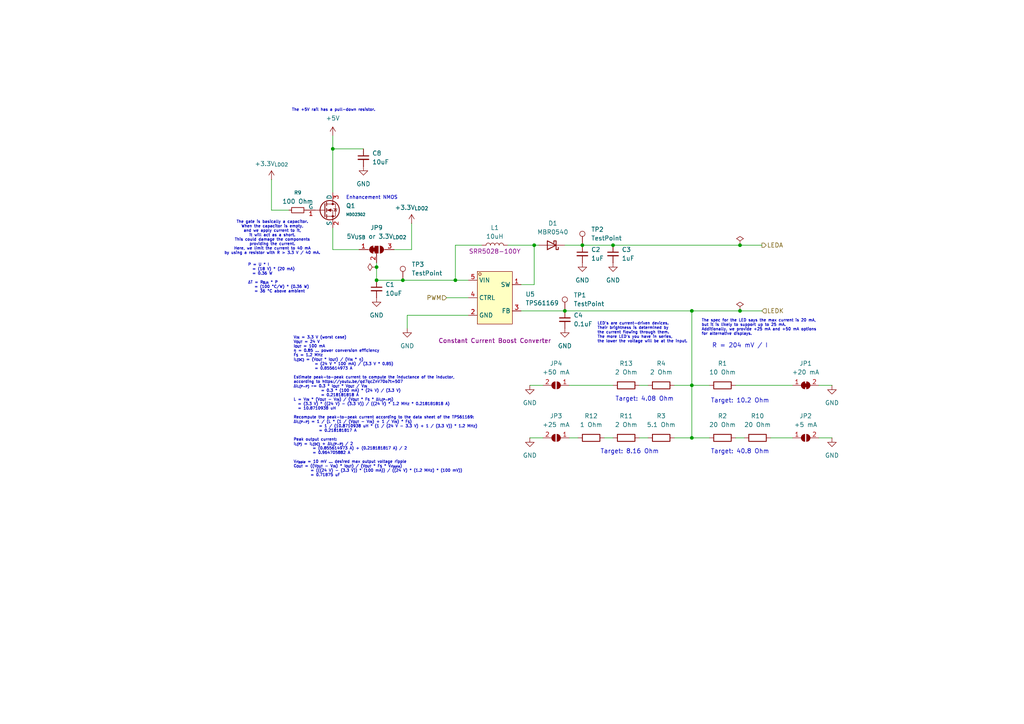
<source format=kicad_sch>
(kicad_sch (version 20250114) (generator "eeschema") (generator_version "9.0")
  (paper "A4")
  (title_block (company "Jakub Hlusička"))
  (lib_symbols
    (symbol "Connector:TestPoint" (pin_numbers (hide yes)) (pin_names (offset 0.762) (hide yes))
      (property "Reference" "TP" (at 0 6.858 0))
      (property "Value" "TestPoint" (at 0 5.08 0))
      (symbol "TestPoint_0_1"
        (circle (center 0 3.302) (radius 0.762))
      )
      (symbol "TestPoint_1_1"
        (pin passive line (at 0 0 90) (length 2.54) (name "1") (number "1"))
      )
    )
    (symbol "Device:C_Small" (pin_numbers (hide yes)) (pin_names (offset 0.254) (hide yes))
      (property "Reference" "C" (at 0.254 1.778 0))
      (property "Value" "C_Small" (at 0.254 -2.032 0))
      (symbol "C_Small_0_1"
        (polyline (pts (xy -1.524 0.508) (xy 1.524 0.508)) (stroke (width 0.3048)))
        (polyline (pts (xy -1.524 -0.508) (xy 1.524 -0.508)) (stroke (width 0.3302)))
      )
      (symbol "C_Small_1_1"
        (pin passive line (at 0 2.54 270) (length 2.032) (name "~") (number "1"))
        (pin passive line (at 0 -2.54 90) (length 2.032) (name "~") (number "2"))
      )
    )
    (symbol "Device:L" (pin_numbers (hide yes)) (pin_names (offset 1.016) (hide yes))
      (property "Reference" "L" (at -1.27 0 90))
      (property "Value" "L" (at 1.905 0 90))
      (symbol "L_0_1"
        (arc (start 0 2.54) (mid 0.6323 1.905) (end 0 1.27))
        (arc (start 0 1.27) (mid 0.6323 0.635) (end 0 0))
        (arc (start 0 0) (mid 0.6323 -0.635) (end 0 -1.27))
        (arc (start 0 -1.27) (mid 0.6323 -1.905) (end 0 -2.54))
      )
      (symbol "L_1_1"
        (pin passive line (at 0 3.81 270) (length 1.27) (name "1") (number "1"))
        (pin passive line (at 0 -3.81 90) (length 1.27) (name "2") (number "2"))
      )
    )
    (symbol "Device:R" (pin_numbers (hide yes)) (pin_names (offset 0))
      (property "Reference" "R" (at 2.032 0 90))
      (property "Value" "R" (at 0 0 90))
      (symbol "R_0_1"
        (rectangle (start -1.016 -2.54) (end 1.016 2.54) (stroke (width 0.254)))
      )
      (symbol "R_1_1"
        (pin passive line (at 0 3.81 270) (length 1.27) (name "~") (number "1"))
        (pin passive line (at 0 -3.81 90) (length 1.27) (name "~") (number "2"))
      )
    )
    (symbol "Device:R_Small" (pin_numbers (hide yes)) (pin_names (offset 0.254) (hide yes))
      (property "Reference" "R" (at 0 0 90))
      (property "Value" "R_Small" (at 1.778 0 90))
      (symbol "R_Small_0_1"
        (rectangle (start -0.762 1.778) (end 0.762 -1.778) (stroke (width 0.2032)))
      )
      (symbol "R_Small_1_1"
        (pin passive line (at 0 2.54 270) (length 0.762) (name "~") (number "1"))
        (pin passive line (at 0 -2.54 90) (length 0.762) (name "~") (number "2"))
      )
    )
    (symbol "Diode:MBR0540" (pin_numbers (hide yes)) (pin_names (offset 1.016) (hide yes))
      (property "Reference" "D" (at 0 2.54 0))
      (property "Value" "MBR0540" (at 0 -2.54 0))
      (symbol "MBR0540_0_1"
        (polyline (pts (xy -1.905 0.635) (xy -1.905 1.27) (xy -1.27 1.27) (xy -1.27 -1.27) (xy -0.635 -1.27) (xy -0.635 -0.635)) (stroke (width 0.254)))
        (polyline (pts (xy 1.27 1.27) (xy 1.27 -1.27) (xy -1.27 0) (xy 1.27 1.27)) (stroke (width 0.254)))
        (polyline (pts (xy 1.27 0) (xy -1.27 0)))
      )
      (symbol "MBR0540_1_1"
        (pin passive line (at -3.81 0 0) (length 2.54) (name "K") (number "1"))
        (pin passive line (at 3.81 0 180) (length 2.54) (name "A") (number "2"))
      )
    )
    (symbol "Jumper:SolderJumper_2_Bridged" (pin_names (offset 0) (hide yes)) (in_bom no)
      (property "Reference" "JP" (at 0 2.032 0))
      (property "Value" "SolderJumper_2_Bridged" (at 0 -2.54 0))
      (symbol "SolderJumper_2_Bridged_0_1"
        (rectangle (start -0.508 0.508) (end 0.508 -0.508) (fill (type outline)))
        (polyline (pts (xy -0.254 1.016) (xy -0.254 -1.016)))
        (arc (start -0.254 -1.016) (mid -1.2656 0) (end -0.254 1.016))
        (arc (start -0.254 -1.016) (mid -1.2656 0) (end -0.254 1.016) (fill (type outline)))
        (arc (start 0.254 1.016) (mid 1.2656 0) (end 0.254 -1.016))
        (arc (start 0.254 1.016) (mid 1.2656 0) (end 0.254 -1.016) (fill (type outline)))
        (polyline (pts (xy 0.254 1.016) (xy 0.254 -1.016)))
      )
      (symbol "SolderJumper_2_Bridged_1_1"
        (pin passive line (at -3.81 0 0) (length 2.54) (name "A") (number "1"))
        (pin passive line (at 3.81 0 180) (length 2.54) (name "B") (number "2"))
      )
    )
    (symbol "Jumper:SolderJumper_2_Open" (pin_names (offset 0) (hide yes)) (in_bom no)
      (property "Reference" "JP" (at 0 2.032 0))
      (property "Value" "SolderJumper_2_Open" (at 0 -2.54 0))
      (symbol "SolderJumper_2_Open_0_1"
        (polyline (pts (xy -0.254 1.016) (xy -0.254 -1.016)))
        (arc (start -0.254 -1.016) (mid -1.2656 0) (end -0.254 1.016))
        (arc (start -0.254 -1.016) (mid -1.2656 0) (end -0.254 1.016) (fill (type outline)))
        (arc (start 0.254 1.016) (mid 1.2656 0) (end 0.254 -1.016))
        (arc (start 0.254 1.016) (mid 1.2656 0) (end 0.254 -1.016) (fill (type outline)))
        (polyline (pts (xy 0.254 1.016) (xy 0.254 -1.016)))
      )
      (symbol "SolderJumper_2_Open_1_1"
        (pin passive line (at -3.81 0 0) (length 2.54) (name "A") (number "1"))
        (pin passive line (at 3.81 0 180) (length 2.54) (name "B") (number "2"))
      )
    )
    (symbol "Jumper:SolderJumper_3_Bridged12" (pin_names (offset 0) (hide yes)) (in_bom no)
      (property "Reference" "JP" (at -2.54 -2.54 0))
      (property "Value" "SolderJumper_3_Bridged12" (at 0 2.794 0))
      (symbol "SolderJumper_3_Bridged12_0_1"
        (polyline (pts (xy -2.54 0) (xy -2.032 0)))
        (polyline (pts (xy -1.016 1.016) (xy -1.016 -1.016)))
        (rectangle (start -1.016 0.508) (end -0.508 -0.508) (fill (type outline)))
        (arc (start -1.016 -1.016) (mid -2.0276 0) (end -1.016 1.016))
        (arc (start -1.016 -1.016) (mid -2.0276 0) (end -1.016 1.016) (fill (type outline)))
        (rectangle (start -0.508 1.016) (end 0.508 -1.016) (fill (type outline)))
        (polyline (pts (xy 0 -1.27) (xy 0 -1.016)))
        (arc (start 1.016 1.016) (mid 2.0276 0) (end 1.016 -1.016))
        (arc (start 1.016 1.016) (mid 2.0276 0) (end 1.016 -1.016) (fill (type outline)))
        (polyline (pts (xy 1.016 1.016) (xy 1.016 -1.016)))
        (polyline (pts (xy 2.54 0) (xy 2.032 0)))
      )
      (symbol "SolderJumper_3_Bridged12_1_1"
        (pin passive line (at -5.08 0 0) (length 2.54) (name "A") (number "1"))
        (pin passive line (at 0 -3.81 90) (length 2.54) (name "C") (number "2"))
        (pin passive line (at 5.08 0 180) (length 2.54) (name "B") (number "3"))
      )
    )
    (symbol "PCM_JLCPCB-Transistors:NMOS,MDD2302" (pin_names (offset 0))
      (property "Reference" "Q" (at 4.8514 0.834 0))
      (property "Value" "MDD2302" (at 4.8514 -1.2122 0))
      (symbol "NMOS,MDD2302_0_1"
        (polyline (pts (xy 0.254 1.905) (xy 0.254 -1.905)) (stroke (width 0.254)))
        (polyline (pts (xy 0.254 0) (xy -2.54 0)))
        (polyline (pts (xy 0.762 2.286) (xy 0.762 1.27)) (stroke (width 0.254)))
        (polyline (pts (xy 0.762 0.508) (xy 0.762 -0.508)) (stroke (width 0.254)))
        (polyline (pts (xy 0.762 -1.27) (xy 0.762 -2.286)) (stroke (width 0.254)))
        (polyline (pts (xy 0.762 -1.778) (xy 3.302 -1.778) (xy 3.302 1.778) (xy 0.762 1.778)))
        (polyline (pts (xy 1.016 0) (xy 2.032 0.381) (xy 2.032 -0.381) (xy 1.016 0)) (fill (type outline)))
        (circle (center 1.651 0) (radius 2.794) (stroke (width 0.254)))
        (polyline (pts (xy 2.54 2.54) (xy 2.54 1.778)))
        (circle (center 2.54 1.778) (radius 0.254) (fill (type outline)))
        (circle (center 2.54 -1.778) (radius 0.254) (fill (type outline)))
        (polyline (pts (xy 2.54 -2.54) (xy 2.54 0) (xy 0.762 0)))
        (polyline (pts (xy 2.794 0.508) (xy 2.921 0.381) (xy 3.683 0.381) (xy 3.81 0.254)))
        (polyline (pts (xy 3.302 0.381) (xy 2.921 -0.254) (xy 3.683 -0.254) (xy 3.302 0.381)))
      )
      (symbol "NMOS,MDD2302_1_1"
        (pin input line (at -5.08 0 0) (length 2.54) (name "G") (number "1"))
        (pin passive line (at 2.54 5.08 270) (length 2.54) (name "D") (number "3"))
        (pin passive line (at 2.54 -5.08 90) (length 2.54) (name "S") (number "2"))
      )
    )
    (symbol "SolderJumper_2_Open_1" (pin_names (offset 0) (hide yes)) (in_bom no)
      (property "Reference" "JP" (at 0 2.032 0))
      (property "Value" "SolderJumper_2_Open" (at 0 -2.54 0))
      (symbol "SolderJumper_2_Open_1_0_1"
        (polyline (pts (xy -0.254 1.016) (xy -0.254 -1.016)))
        (arc (start -0.254 -1.016) (mid -1.2656 0) (end -0.254 1.016))
        (arc (start -0.254 -1.016) (mid -1.2656 0) (end -0.254 1.016) (fill (type outline)))
        (arc (start 0.254 1.016) (mid 1.2656 0) (end 0.254 -1.016))
        (arc (start 0.254 1.016) (mid 1.2656 0) (end 0.254 -1.016) (fill (type outline)))
        (polyline (pts (xy 0.254 1.016) (xy 0.254 -1.016)))
      )
      (symbol "SolderJumper_2_Open_1_1_1"
        (pin passive line (at -3.81 0 0) (length 2.54) (name "A") (number "1"))
        (pin passive line (at 3.81 0 180) (length 2.54) (name "B") (number "2"))
      )
    )
    (symbol "SolderJumper_2_Open_2" (pin_names (offset 0) (hide yes)) (in_bom no)
      (property "Reference" "JP" (at 0 2.032 0))
      (property "Value" "SolderJumper_2_Open" (at 0 -2.54 0))
      (symbol "SolderJumper_2_Open_2_0_1"
        (polyline (pts (xy -0.254 1.016) (xy -0.254 -1.016)))
        (arc (start -0.254 -1.016) (mid -1.2656 0) (end -0.254 1.016))
        (arc (start -0.254 -1.016) (mid -1.2656 0) (end -0.254 1.016) (fill (type outline)))
        (arc (start 0.254 1.016) (mid 1.2656 0) (end 0.254 -1.016))
        (arc (start 0.254 1.016) (mid 1.2656 0) (end 0.254 -1.016) (fill (type outline)))
        (polyline (pts (xy 0.254 1.016) (xy 0.254 -1.016)))
      )
      (symbol "SolderJumper_2_Open_2_1_1"
        (pin passive line (at -3.81 0 0) (length 2.54) (name "A") (number "1"))
        (pin passive line (at 3.81 0 180) (length 2.54) (name "B") (number "2"))
      )
    )
    (symbol "easyeda2kicad:TPS61169DCKR"
      (property "Reference" "U" (at 0 10.16 0))
      (property "Value" "TPS61169DCKR" (at 0 -10.16 0))
      (symbol "TPS61169DCKR_0_1"
        (rectangle (start -5.08 7.62) (end 5.08 -7.62) (fill (type background)))
        (circle (center -4.32 6.86) (radius 0.38))
      )
      (symbol "TPS61169DCKR_1_1"
        (pin power_in line (at -7.62 5.08 0) (length 2.54) (name "VIN") (number "5"))
        (pin input line (at -7.62 0 0) (length 2.54) (name "CTRL") (number "4"))
        (pin power_in line (at -7.62 -5.08 0) (length 2.54) (name "GND") (number "2"))
        (pin power_out line (at 7.62 3.81 180) (length 2.54) (name "SW") (number "1"))
        (pin power_in line (at 7.62 -3.81 180) (length 2.54) (name "FB") (number "3"))
      )
    )
    (symbol "power:+3.3V" (power) (pin_numbers (hide yes)) (pin_names (offset 0) (hide yes))
      (property "Value" "+3.3V" (at 0 3.556 0))
      (symbol "+3.3V_0_1"
        (polyline (pts (xy -0.762 1.27) (xy 0 2.54)))
        (polyline (pts (xy 0 2.54) (xy 0.762 1.27)))
        (polyline (pts (xy 0 0) (xy 0 2.54)))
      )
      (symbol "+3.3V_1_1"
        (pin power_in line (at 0 0 90) (length 0) (name "~") (number "1"))
      )
    )
    (symbol "power:+5V" (power) (pin_numbers (hide yes)) (pin_names (offset 0) (hide yes))
      (property "Value" "+5V" (at 0 3.556 0))
      (symbol "+5V_0_1"
        (polyline (pts (xy -0.762 1.27) (xy 0 2.54)))
        (polyline (pts (xy 0 2.54) (xy 0.762 1.27)))
        (polyline (pts (xy 0 0) (xy 0 2.54)))
      )
      (symbol "+5V_1_1"
        (pin power_in line (at 0 0 90) (length 0) (name "~") (number "1"))
      )
    )
    (symbol "power:GND" (power) (pin_numbers (hide yes)) (pin_names (offset 0) (hide yes))
      (property "Value" "GND" (at 0 -3.81 0))
      (symbol "GND_0_1"
        (polyline (pts (xy 0 0) (xy 0 -1.27) (xy 1.27 -1.27) (xy 0 -2.54) (xy -1.27 -1.27) (xy 0 -1.27)))
      )
      (symbol "GND_1_1"
        (pin power_in line (at 0 0 270) (length 0) (name "~") (number "1"))
      )
    )
    (symbol "power:PWR_FLAG" (power) (pin_numbers (hide yes)) (pin_names (offset 0) (hide yes))
      (property "Value" "PWR_FLAG" (at 0 3.81 0))
      (symbol "PWR_FLAG_0_0"
        (pin power_out line (at 0 0 90) (length 0) (name "~") (number "1"))
      )
      (symbol "PWR_FLAG_0_1"
        (polyline (pts (xy 0 0) (xy 0 1.27) (xy -1.016 1.905) (xy 0 2.54) (xy 1.016 1.905) (xy 0 1.27)))
      )
    )
  )
  (text "The +5V rail has a pull-down resistor." (at 96.774 31.496 0) (effects (font (size 0.8 0.8)) (justify top)))
  (text "The gate is basically a capacitor.\nWhen the capacitor is empty,\nand we apply current to it,\nit will act as a short.\nThis could damage the components\nproviding the current.\nHere, we limit the current to 40 mA\nby using a resistor with R > 3.3 V / 40 mA." (at 78.994 64.008 0) (effects (font (size 0.8 0.8)) (justify top)))
  (text "Target: 40.8 Ohm" (at 214.63 130.302 0) (effects (font (size 1.27 1.27)) (justify top)))
  (text "R = 204 mV / I" (at 206.502 100.33 0) (effects (font (size 1.27 1.27)) (justify left)))
  (text "The spec for the LED says the max current is 20 mA,\nbut it is likely to support up to 25 mA.\nAdditionally, we provide +25 mA and +50 mA options\nfor alternative displays." (at 203.454 94.996 0) (effects (font (size 0.8 0.8)) (justify left)))
  (text "Target: 4.08 Ohm" (at 186.944 115.062 0) (effects (font (size 1.27 1.27)) (justify top)))
  (text "Target: 10.2 Ohm" (at 214.63 115.57 0) (effects (font (size 1.27 1.27)) (justify top)))
  (text "P = U * I\n  = (18 V) * (20 mA)\n  = 0.36 W\n\nΔT = R_{θJA} * P\n   = (100 °C/W) * (0.36 W)\n   = 36 °C above ambient" (at 71.882 80.772 0) (effects (font (size 0.8 0.8)) (justify left)))
  (text "V_{IN} = 3.3 V (worst case)\nV_{OUT} = 24 V\nI_{OUT} = 100 mA\nη = 0.85 ... power conversion efficiency\nF_{S} = 1.2 MHz\nI_{L(DC)} = (V_{OUT} * I_{OUT}) / (V_{IN} * η)\n          = (24 V * 100 mA) / (3.3 V * 0.85)\n          = 0.855614973 A\n\nEstimate peak-to-peak current to compute the inductance of the inductor,\naccording to https://youtu.be/qd7qcZnV70o?t=507\nΔI_{L(P-P)} ~= 0.3 * I_{OUT} * V_{OUT} / V_{IN}\n             = 0.3 * (100 mA) * (24 V) / (3.3 V)\n             = 0.218181818 A\nL = V_{IN} * (V_{OUT} - V_{IN}) / (V_{OUT} * F_{S} * ΔI_{L(P-P)})\n  = (3.3 V) * ((24 V) - (3.3 V)) / ((24 V) * 1.2 MHz * 0.218181818 A)\n  = 10.8710938 uH\n\nRecompute the peak-to-peak current according to the data sheet of the TPS61169:\nΔI_{L(P-P)} = 1 / (L * (1 / (V_{OUT} - V_{IN}) + 1 / V_{IN}) * F_{S})\n            = 1 / (10.8710938 uH * (1 / (24 V - 3.3 V) + 1 / (3.3 V)) * 1.2 MHz)\n            = 0.218181817 A\n\nPeak output current:\nI_{L(P)} = I_{L(DC)} + ΔI_{L(P-P)} / 2\n         = (0.855614973 A) + (0.218181817 A) / 2\n         = 0.964705882 A\n\nV_{ripple} = 10 mV ... desired max output voltage ripple\nC_{OUT} = ((V_{OUT} - V_{IN}) * I_{OUT}) / (V_{OUT} * F_{S} * V_{ripple})\n        = (((24 V) - (3.3 V)) * (100 mA)) / ((24 V) * (1.2 MHz) * (100 mV))\n        = 0.71875 uF" (at 85.09 97.536 0) (effects (font (size 0.8 0.8)) (justify left top)))
  (text "Enhancement NMOS" (at 100.33 57.404 0) (effects (font (size 1 1)) (justify left)))
  (text "LED's are current-driven devices.\nTheir brightness is determined by\nthe current flowing through them.\nThe more LED's you have in series,\nthe lower the voltage will be at the input." (at 173.228 96.52 0) (effects (font (size 0.8 0.8)) (justify left)))
  (text "Target: 8.16 Ohm" (at 182.626 130.302 0) (effects (font (size 1.27 1.27)) (justify top)))
  (junction (at 200.66 127))
  (junction (at 177.8 71.12))
  (junction (at 154.94 71.12))
  (junction (at 96.52 43.18))
  (junction (at 109.22 77.47))
  (junction (at 168.91 71.12))
  (junction (at 214.63 71.12))
  (junction (at 214.63 90.17))
  (junction (at 200.66 111.76))
  (junction (at 132.08 81.28))
  (junction (at 109.22 81.28))
  (junction (at 163.83 90.17))
  (junction (at 200.66 90.17))
  (junction (at 116.84 81.28))
  (wire (pts (xy 96.52 43.18) (xy 105.41 43.18)))
  (wire (pts (xy 195.58 127) (xy 200.66 127)))
  (wire (pts (xy 165.1 111.76) (xy 177.8 111.76)))
  (wire (pts (xy 168.91 71.12) (xy 177.8 71.12)))
  (wire (pts (xy 109.22 77.47) (xy 109.22 81.28)))
  (wire (pts (xy 185.42 127) (xy 187.96 127)))
  (wire (pts (xy 118.11 91.44) (xy 118.11 95.25)))
  (wire (pts (xy 129.54 86.36) (xy 135.89 86.36)))
  (wire (pts (xy 205.74 111.76) (xy 200.66 111.76)))
  (wire (pts (xy 78.74 52.07) (xy 78.74 60.96)))
  (wire (pts (xy 175.26 127) (xy 177.8 127)))
  (wire (pts (xy 241.3 111.76) (xy 237.49 111.76)))
  (wire (pts (xy 177.8 71.12) (xy 214.63 71.12)))
  (wire (pts (xy 109.22 81.28) (xy 116.84 81.28)))
  (wire (pts (xy 163.83 71.12) (xy 168.91 71.12)))
  (wire (pts (xy 165.1 127) (xy 167.64 127)))
  (wire (pts (xy 151.13 90.17) (xy 163.83 90.17)))
  (wire (pts (xy 205.74 127) (xy 200.66 127)))
  (wire (pts (xy 151.13 82.55) (xy 154.94 82.55)))
  (wire (pts (xy 223.52 127) (xy 229.87 127)))
  (wire (pts (xy 214.63 90.17) (xy 220.98 90.17)))
  (wire (pts (xy 132.08 81.28) (xy 135.89 81.28)))
  (wire (pts (xy 104.14 72.39) (xy 96.52 72.39)))
  (wire (pts (xy 200.66 90.17) (xy 200.66 111.76)))
  (wire (pts (xy 153.67 127) (xy 157.48 127)))
  (wire (pts (xy 109.22 76.2) (xy 109.22 77.47)))
  (wire (pts (xy 132.08 71.12) (xy 139.7 71.12)))
  (wire (pts (xy 214.63 71.12) (xy 220.98 71.12)))
  (wire (pts (xy 132.08 81.28) (xy 132.08 71.12)))
  (wire (pts (xy 213.36 111.76) (xy 229.87 111.76)))
  (wire (pts (xy 156.21 71.12) (xy 154.94 71.12)))
  (wire (pts (xy 200.66 90.17) (xy 214.63 90.17)))
  (wire (pts (xy 96.52 39.37) (xy 96.52 43.18)))
  (wire (pts (xy 153.67 111.76) (xy 157.48 111.76)))
  (wire (pts (xy 114.3 72.39) (xy 119.38 72.39)))
  (wire (pts (xy 147.32 71.12) (xy 154.94 71.12)))
  (wire (pts (xy 163.83 90.17) (xy 200.66 90.17)))
  (wire (pts (xy 135.89 91.44) (xy 118.11 91.44)))
  (wire (pts (xy 195.58 111.76) (xy 200.66 111.76)))
  (wire (pts (xy 116.84 81.28) (xy 132.08 81.28)))
  (wire (pts (xy 119.38 72.39) (xy 119.38 64.77)))
  (wire (pts (xy 200.66 111.76) (xy 200.66 127)))
  (wire (pts (xy 96.52 43.18) (xy 96.52 55.88)))
  (wire (pts (xy 241.3 127) (xy 237.49 127)))
  (wire (pts (xy 213.36 127) (xy 215.9 127)))
  (wire (pts (xy 96.52 72.39) (xy 96.52 66.04)))
  (wire (pts (xy 78.74 60.96) (xy 83.82 60.96)))
  (wire (pts (xy 154.94 71.12) (xy 154.94 82.55)))
  (wire (pts (xy 185.42 111.76) (xy 187.96 111.76)))
  (hierarchical_label "LEDK" (shape input) (at 220.98 90.17 0))
  (hierarchical_label "LEDA" (shape output) (at 220.98 71.12 0))
  (hierarchical_label "PWM" (shape input) (at 129.54 86.36 180))
  (symbol (lib_id "power:GND") (at 241.3 127 0) (unit 1)
    (property "Reference" "#PWR016" (effects (hide yes)))
    (property "Value" "GND" (at 241.3 132.08 0))
    (property "Description" "Power symbol creates a global label with name \"GND\" , ground" (effects (hide yes)))
  )
  (symbol (lib_id "power:GND") (at 163.83 95.25 0) (unit 1)
    (property "Reference" "#PWR098" (effects (hide yes)))
    (property "Value" "GND" (at 163.83 100.33 0))
    (property "Description" "Power symbol creates a global label with name \"GND\" , ground" (effects (hide yes)))
  )
  (symbol (lib_id "power:PWR_FLAG") (at 214.63 71.12 0) (unit 1)
    (property "Reference" "#FLG03" (effects (hide yes)))
    (property "Value" "PWR_FLAG" (effects (hide yes)))
    (property "Description" "Special symbol for telling ERC where power comes from" (effects (hide yes)))
  )
  (symbol (lib_id "Device:R_Small") (at 86.36 60.96 90) (unit 1)
    (property "Reference" "R9" (at 86.36 55.88 90) (effects (font (size 1.016 1.016))))
    (property "Value" "100 Ohm" (at 86.36 58.42 90))
    (property "Footprint" "Resistor_SMD:R_0603_1608Metric" (effects (hide yes)))
    (property "Description" "Resistor, small symbol" (effects (hide yes)))
  )
  (symbol (lib_id "Connector:TestPoint") (at 168.91 71.12 0) (unit 1)
    (property "Reference" "TP2" (at 171.45 66.5479 0) (effects (justify left)))
    (property "Value" "TestPoint" (at 171.45 69.0879 0) (effects (justify left)))
    (property "Footprint" "TestPoint:TestPoint_THTPad_D1.5mm_Drill0.7mm" (effects (hide yes)))
    (property "Description" "test point" (effects (hide yes)))
  )
  (symbol (lib_id "Device:R") (at 209.55 127 90) (unit 1)
    (property "Reference" "R2" (at 209.55 120.65 90))
    (property "Value" "20 Ohm" (at 209.55 123.19 90))
    (property "Footprint" "Resistor_SMD:R_0603_1608Metric" (effects (hide yes)))
    (property "Description" "Resistor" (effects (hide yes)))
  )
  (symbol (lib_id "easyeda2kicad:TPS61169DCKR") (at 143.51 86.36 0) (unit 1)
    (property "Reference" "U5" (at 152.4 85.3449 0) (effects (justify left)))
    (property "Value" "TPS61169" (at 152.4 87.8849 0) (effects (justify left)))
    (property "Footprint" "easyeda2kicad:SC-70-5_L2.1-W1.3-P0.65-LS2.1-BR" (effects (hide yes)))
    (property "Datasheet" "https://lcsc.com/product-detail/LED-Drivers_TI_TPS61169DCKR_TPS61169DCKR_C71045.html" (effects (hide yes)))
    (property "Description" "Constant Current Boost Converter" (at 143.51 98.806 0))
    (property "LCSC Part" "C71045" (effects (hide yes)))
  )
  (symbol (lib_id "Diode:MBR0540") (at 160.02 71.12 180) (unit 1)
    (property "Reference" "D1" (at 160.3375 64.77 0))
    (property "Value" "MBR0540" (at 160.3375 67.31 0))
    (property "Footprint" "Diode_SMD:D_SOD-123" (effects (hide yes)))
    (property "Datasheet" "http://www.mccsemi.com/up_pdf/MBR0520~MBR0580(SOD123).pdf" (effects (hide yes)))
    (property "Description" "40V 0.5A Schottky Power Rectifier Diode, SOD-123" (effects (hide yes)))
  )
  (symbol (lib_id "power:GND") (at 177.8 76.2 0) (unit 1)
    (property "Reference" "#PWR097" (effects (hide yes)))
    (property "Value" "GND" (at 177.8 81.28 0))
    (property "Description" "Power symbol creates a global label with name \"GND\" , ground" (effects (hide yes)))
  )
  (symbol (lib_id "Device:R") (at 181.61 111.76 90) (unit 1)
    (property "Reference" "R13" (at 181.61 105.41 90))
    (property "Value" "2 Ohm" (at 181.61 107.95 90))
    (property "Footprint" "Resistor_SMD:R_0603_1608Metric" (effects (hide yes)))
    (property "Description" "Resistor" (effects (hide yes)))
  )
  (symbol (lib_id "Device:R") (at 219.71 127 90) (unit 1)
    (property "Reference" "R10" (at 219.71 120.65 90))
    (property "Value" "20 Ohm" (at 219.71 123.19 90))
    (property "Footprint" "Resistor_SMD:R_0603_1608Metric" (effects (hide yes)))
    (property "Description" "Resistor" (effects (hide yes)))
  )
  (symbol (lib_id "power:+5V") (at 96.52 39.37 0) (unit 1)
    (property "Reference" "#PWR0106" (effects (hide yes)))
    (property "Value" "+5V" (at 96.52 34.29 0))
    (property "Description" "Power symbol creates a global label with name \"+5V\"" (effects (hide yes)))
  )
  (symbol (lib_id "Device:R") (at 191.77 111.76 90) (unit 1)
    (property "Reference" "R4" (at 191.77 105.41 90))
    (property "Value" "2 Ohm" (at 191.77 107.95 90))
    (property "Footprint" "Resistor_SMD:R_0603_1608Metric" (effects (hide yes)))
    (property "Description" "Resistor" (effects (hide yes)))
  )
  (symbol (lib_id "Device:C_Small") (at 109.22 83.82 0) (unit 1)
    (property "Reference" "C1" (at 111.76 82.5562 0) (effects (justify left)))
    (property "Value" "10uF" (at 111.76 85.0962 0) (effects (justify left)))
    (property "Footprint" "Capacitor_SMD:C_0603_1608Metric" (effects (hide yes)))
    (property "Description" "Unpolarized capacitor, small symbol" (effects (hide yes)))
  )
  (symbol (lib_id "Device:C_Small") (at 168.91 73.66 0) (unit 1)
    (property "Reference" "C2" (at 171.45 72.3962 0) (effects (justify left)))
    (property "Value" "1uF" (at 171.45 74.9362 0) (effects (justify left)))
    (property "Footprint" "Capacitor_SMD:C_0603_1608Metric" (effects (hide yes)))
    (property "Description" "Unpolarized capacitor, small symbol" (effects (hide yes)))
  )
  (symbol (lib_id "power:PWR_FLAG") (at 214.63 90.17 0) (unit 1)
    (property "Reference" "#FLG04" (effects (hide yes)))
    (property "Value" "PWR_FLAG" (effects (hide yes)))
    (property "Description" "Special symbol for telling ERC where power comes from" (effects (hide yes)))
  )
  (symbol (lib_id "Device:R") (at 191.77 127 90) (unit 1)
    (property "Reference" "R3" (at 191.77 120.65 90))
    (property "Value" "5.1 Ohm" (at 191.77 123.19 90))
    (property "Footprint" "Resistor_SMD:R_0603_1608Metric" (effects (hide yes)))
    (property "Description" "Resistor" (effects (hide yes)))
  )
  (symbol (lib_id "Device:R") (at 181.61 127 90) (unit 1)
    (property "Reference" "R11" (at 181.61 120.65 90))
    (property "Value" "2 Ohm" (at 181.61 123.19 90))
    (property "Footprint" "Resistor_SMD:R_0603_1608Metric" (effects (hide yes)))
    (property "Description" "Resistor" (effects (hide yes)))
  )
  (symbol (lib_id "Connector:TestPoint") (at 116.84 81.28 0) (unit 1)
    (property "Reference" "TP3" (at 119.38 76.7079 0) (effects (justify left)))
    (property "Value" "TestPoint" (at 119.38 79.2479 0) (effects (justify left)))
    (property "Footprint" "TestPoint:TestPoint_THTPad_D1.5mm_Drill0.7mm" (effects (hide yes)))
    (property "Description" "test point" (effects (hide yes)))
  )
  (symbol (lib_id "power:PWR_FLAG") (at 109.22 77.47 90) (unit 1)
    (property "Reference" "#FLG05" (effects (hide yes)))
    (property "Value" "PWR_FLAG" (effects (hide yes)))
    (property "Description" "Special symbol for telling ERC where power comes from" (effects (hide yes)))
  )
  (symbol (lib_id "power:GND") (at 241.3 111.76 0) (unit 1)
    (property "Reference" "#PWR094" (effects (hide yes)))
    (property "Value" "GND" (at 241.3 116.84 0))
    (property "Description" "Power symbol creates a global label with name \"GND\" , ground" (effects (hide yes)))
  )
  (symbol (lib_id "power:+3.3V") (at 78.74 52.07 0) (unit 1)
    (property "Reference" "#PWR090" (effects (hide yes)))
    (property "Value" "+3.3V_{LDO2}" (at 78.74 47.498 0))
    (property "Description" "Power symbol creates a global label with name \"+3.3V\"" (effects (hide yes)))
  )
  (symbol (lib_id "power:GND") (at 118.11 95.25 0) (unit 1)
    (property "Reference" "#PWR093" (effects (hide yes)))
    (property "Value" "GND" (at 118.11 100.33 0))
    (property "Description" "Power symbol creates a global label with name \"GND\" , ground" (effects (hide yes)))
  )
  (symbol (lib_name "SolderJumper_2_Open_1") (lib_id "Jumper:SolderJumper_2_Open") (at 233.68 127 0) (unit 1) (in_bom no)
    (property "Reference" "JP2" (at 233.68 120.65 0))
    (property "Value" "+5 mA" (at 233.68 123.19 0))
    (property "Footprint" "Jumper:SolderJumper-2_P1.3mm_Open_TrianglePad1.0x1.5mm" (effects (hide yes)))
    (property "Description" "Solder Jumper, 2-pole, open" (effects (hide yes)))
  )
  (symbol (lib_id "power:GND") (at 109.22 86.36 0) (unit 1)
    (property "Reference" "#PWR091" (effects (hide yes)))
    (property "Value" "GND" (at 109.22 91.44 0))
    (property "Description" "Power symbol creates a global label with name \"GND\" , ground" (effects (hide yes)))
  )
  (symbol (lib_id "Device:C_Small") (at 177.8 73.66 0) (unit 1)
    (property "Reference" "C3" (at 180.34 72.3962 0) (effects (justify left)))
    (property "Value" "1uF" (at 180.34 74.9362 0) (effects (justify left)))
    (property "Footprint" "Capacitor_SMD:C_0603_1608Metric" (effects (hide yes)))
    (property "Description" "Unpolarized capacitor, small symbol" (effects (hide yes)))
  )
  (symbol (lib_id "Jumper:SolderJumper_2_Bridged") (at 233.68 111.76 0) (unit 1) (in_bom no)
    (property "Reference" "JP1" (at 233.68 105.41 0))
    (property "Value" "+20 mA" (at 233.68 107.95 0))
    (property "Footprint" "Jumper:SolderJumper-2_P1.3mm_Open_TrianglePad1.0x1.5mm" (effects (hide yes)))
    (property "Description" "Solder Jumper, 2-pole, closed/bridged" (effects (hide yes)))
  )
  (symbol (lib_id "Connector:TestPoint") (at 163.83 90.17 0) (unit 1)
    (property "Reference" "TP1" (at 166.37 85.5979 0) (effects (justify left)))
    (property "Value" "TestPoint" (at 166.37 88.1379 0) (effects (justify left)))
    (property "Footprint" "TestPoint:TestPoint_THTPad_D1.5mm_Drill0.7mm" (effects (hide yes)))
    (property "Description" "test point" (effects (hide yes)))
  )
  (symbol (lib_id "Device:R") (at 209.55 111.76 90) (unit 1)
    (property "Reference" "R1" (at 209.55 105.41 90))
    (property "Value" "10 Ohm" (at 209.55 107.95 90))
    (property "Footprint" "Resistor_SMD:R_0603_1608Metric" (effects (hide yes)))
    (property "Description" "Resistor" (effects (hide yes)))
  )
  (symbol (lib_id "Device:L") (at 143.51 71.12 90) (unit 1)
    (property "Reference" "L1" (at 143.51 66.04 90))
    (property "Value" "10uH" (at 143.51 68.58 90))
    (property "Footprint" "Project_Library:IND_BOURNS_SRR5028" (effects (hide yes)))
    (property "Description" "SRR5028-100Y" (at 143.51 72.898 90))
  )
  (symbol (lib_id "Device:R") (at 171.45 127 90) (unit 1)
    (property "Reference" "R12" (at 171.45 120.65 90))
    (property "Value" "1 Ohm" (at 171.45 123.19 90))
    (property "Footprint" "Resistor_SMD:R_0603_1608Metric" (effects (hide yes)))
    (property "Description" "Resistor" (effects (hide yes)))
  )
  (symbol (lib_id "Device:C_Small") (at 105.41 45.72 0) (unit 1)
    (property "Reference" "C8" (at 107.95 44.4562 0) (effects (justify left)))
    (property "Value" "10uF" (at 107.95 46.9962 0) (effects (justify left)))
    (property "Footprint" "Capacitor_SMD:C_0603_1608Metric" (effects (hide yes)))
    (property "Description" "Unpolarized capacitor, small symbol" (effects (hide yes)))
  )
  (symbol (lib_id "power:GND") (at 153.67 111.76 0) (unit 1)
    (property "Reference" "#PWR095" (effects (hide yes)))
    (property "Value" "GND" (at 153.67 116.84 0))
    (property "Description" "Power symbol creates a global label with name \"GND\" , ground" (effects (hide yes)))
  )
  (symbol (lib_name "SolderJumper_2_Open_2") (lib_id "Jumper:SolderJumper_2_Open") (at 161.29 127 180) (unit 1) (in_bom no)
    (property "Reference" "JP3" (at 161.29 120.65 0))
    (property "Value" "+25 mA" (at 161.29 123.19 0))
    (property "Footprint" "Jumper:SolderJumper-2_P1.3mm_Open_TrianglePad1.0x1.5mm" (effects (hide yes)))
    (property "Description" "Solder Jumper, 2-pole, open" (effects (hide yes)))
  )
  (symbol (lib_id "Jumper:SolderJumper_2_Open") (at 161.29 111.76 180) (unit 1) (in_bom no)
    (property "Reference" "JP4" (at 161.29 105.41 0))
    (property "Value" "+50 mA" (at 161.29 107.95 0))
    (property "Footprint" "Jumper:SolderJumper-2_P1.3mm_Open_TrianglePad1.0x1.5mm" (effects (hide yes)))
    (property "Description" "Solder Jumper, 2-pole, open" (effects (hide yes)))
  )
  (symbol (lib_id "power:GND") (at 168.91 76.2 0) (unit 1)
    (property "Reference" "#PWR096" (effects (hide yes)))
    (property "Value" "GND" (at 168.91 81.28 0))
    (property "Description" "Power symbol creates a global label with name \"GND\" , ground" (effects (hide yes)))
  )
  (symbol (lib_id "power:+3.3V") (at 119.38 64.77 0) (unit 1)
    (property "Reference" "#PWR0114" (effects (hide yes)))
    (property "Value" "+3.3V_{LDO2}" (at 119.38 60.198 0))
    (property "Description" "Power symbol creates a global label with name \"+3.3V\"" (effects (hide yes)))
  )
  (symbol (lib_id "power:GND") (at 153.67 127 0) (unit 1)
    (property "Reference" "#PWR092" (effects (hide yes)))
    (property "Value" "GND" (at 153.67 132.08 0))
    (property "Description" "Power symbol creates a global label with name \"GND\" , ground" (effects (hide yes)))
  )
  (symbol (lib_id "power:GND") (at 105.41 48.26 0) (unit 1)
    (property "Reference" "#PWR0120" (effects (hide yes)))
    (property "Value" "GND" (at 105.41 53.34 0))
    (property "Description" "Power symbol creates a global label with name \"GND\" , ground" (effects (hide yes)))
  )
  (symbol (lib_id "Device:C_Small") (at 163.83 92.71 0) (unit 1)
    (property "Reference" "C4" (at 166.37 91.4462 0) (effects (justify left)))
    (property "Value" "0.1uF" (at 166.37 93.9862 0) (effects (justify left)))
    (property "Footprint" "Capacitor_SMD:C_0603_1608Metric" (effects (hide yes)))
    (property "Description" "Unpolarized capacitor, small symbol" (effects (hide yes)))
  )
  (symbol (lib_id "Jumper:SolderJumper_3_Bridged12") (at 109.22 72.39 0) (unit 1) (in_bom no)
    (property "Reference" "JP9" (at 109.22 66.04 0))
    (property "Value" "5V_{USB} or 3.3V_{LDO2}" (at 109.22 68.58 0))
    (property "Footprint" "Jumper:SolderJumper-3_P1.3mm_Bridged12_Pad1.0x1.5mm_NumberLabels" (effects (hide yes)))
    (property "Description" "3-pole Solder Jumper, pins 1+2 closed/bridged" (effects (hide yes)))
  )
  (symbol (lib_id "PCM_JLCPCB-Transistors:NMOS,MDD2302") (at 93.98 60.96 0) (unit 1)
    (property "Reference" "Q1" (at 100.33 59.6899 0) (effects (justify left)))
    (property "Value" "MDD2302" (at 100.33 62.23 0) (effects (font (size 0.8 0.8)) (justify left)))
    (property "Footprint" "PCM_JLCPCB:Q_SOT-23" (effects (hide yes)))
    (property "Datasheet" "https://www.lcsc.com/datasheet/lcsc_datasheet_2407101108_MDD-Microdiode-Semiconductor-MDD2302_C427390.pdf" (effects (hide yes)))
    (property "Description" "20V 3A 28mΩ@4.5V,3A 1.2W 600mV@250uA 1 N-Channel SOT-23 MOSFETs ROHS" (effects (hide yes)))
    (property "LCSC" "C427390" (effects (hide yes)))
    (property "Stock" "223903" (effects (hide yes)))
    (property "Price" "0.023USD" (effects (hide yes)))
    (property "Process" "SMT" (effects (hide yes)))
    (property "Minimum Qty" "10" (effects (hide yes)))
    (property "Attrition Qty" "5" (effects (hide yes)))
    (property "Class" "Preferred Component" (effects (hide yes)))
    (property "Category" "Transistors,MOSFETs" (effects (hide yes)))
    (property "Manufacturer" "MDD（Microdiode Electronics）" (effects (hide yes)))
    (property "Part" "MDD2302" (effects (hide yes)))
    (property "Continuous Drain Current (Id)" "4A" (effects (hide yes)))
    (property "Input Capacitance (Ciss@Vds)" "340pF@10V" (effects (hide yes)))
    (property "Operating Temperature" "-50°C~+150°C" (effects (hide yes)))
    (property "Type" "1 N-channel" (effects (hide yes)))
    (property "Drain Source Voltage (Vdss)" "20V" (effects (hide yes)))
    (property "Power Dissipation (Pd)" "1.25W" (effects (hide yes)))
    (property "Gate Threshold Voltage (Vgs(th)@Id)" "500mV@250uA" (effects (hide yes)))
    (property "Reverse Transfer Capacitance (Crss@Vds)" "33pF" (effects (hide yes)))
    (property "Drain Source On Resistance (RDS(on)@Vgs,Id)" "28mΩ@2.5V,4A" (effects (hide yes)))
    (property "Total Gate Charge (Qg@Vgs)" "5.4nC@10V" (effects (hide yes)))
  )
)
</source>
